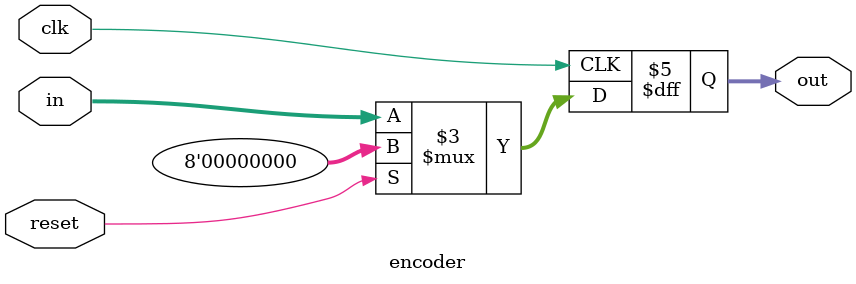
<source format=sv>
module encoder #(parameter WIDTH = 8)
  (input clk, input reset, input [WIDTH-1:0] in, output reg [WIDTH-1:0] out);
  always @(posedge clk) begin
    if (reset) begin
      out <= 0;
    end else begin
      out <= in;
    end
  end
endmodule
</source>
